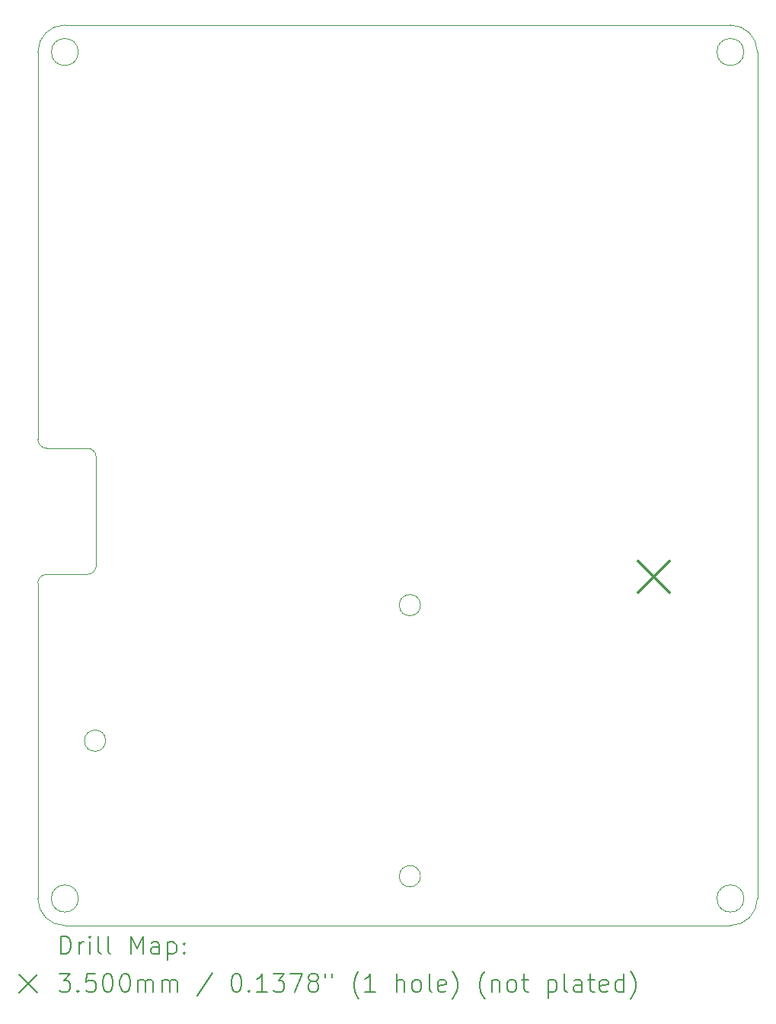
<source format=gbr>
%TF.GenerationSoftware,KiCad,Pcbnew,8.0.3*%
%TF.CreationDate,2024-08-12T22:56:57+09:00*%
%TF.ProjectId,md2,6d64322e-6b69-4636-9164-5f7063625858,rev?*%
%TF.SameCoordinates,Original*%
%TF.FileFunction,Drillmap*%
%TF.FilePolarity,Positive*%
%FSLAX45Y45*%
G04 Gerber Fmt 4.5, Leading zero omitted, Abs format (unit mm)*
G04 Created by KiCad (PCBNEW 8.0.3) date 2024-08-12 22:56:57*
%MOMM*%
%LPD*%
G01*
G04 APERTURE LIST*
%ADD10C,0.100000*%
%ADD11C,0.200000*%
%ADD12C,0.350000*%
G04 APERTURE END LIST*
D10*
X18150000Y-5200000D02*
G75*
G02*
X17850000Y-5200000I-150000J0D01*
G01*
X17850000Y-5200000D02*
G75*
G02*
X18150000Y-5200000I150000J0D01*
G01*
X18150000Y-14600000D02*
G75*
G02*
X17850000Y-14600000I-150000J0D01*
G01*
X17850000Y-14600000D02*
G75*
G02*
X18150000Y-14600000I150000J0D01*
G01*
X18300000Y-14600000D02*
X18300000Y-5200000D01*
X10300000Y-11100000D02*
G75*
G02*
X10400000Y-11000000I100000J0D01*
G01*
X10300000Y-11100000D02*
X10300000Y-14600000D01*
X10850000Y-9600000D02*
G75*
G02*
X10950000Y-9700000I0J-100000D01*
G01*
X10600000Y-14900000D02*
X18000000Y-14900000D01*
X10600000Y-14900000D02*
G75*
G02*
X10300000Y-14600000I0J300000D01*
G01*
X11054034Y-12847270D02*
G75*
G02*
X10818726Y-12847270I-117654J0D01*
G01*
X10818726Y-12847270D02*
G75*
G02*
X11054034Y-12847270I117654J0D01*
G01*
X18300000Y-14600000D02*
G75*
G02*
X18000000Y-14900000I-300000J0D01*
G01*
X10950000Y-10900000D02*
X10950000Y-9700000D01*
X10850000Y-11000000D02*
X10400000Y-11000000D01*
X10950000Y-10900000D02*
G75*
G02*
X10850000Y-11000000I-100000J0D01*
G01*
X10300000Y-5200000D02*
G75*
G02*
X10600000Y-4900000I300000J0D01*
G01*
X10750000Y-5200000D02*
G75*
G02*
X10450000Y-5200000I-150000J0D01*
G01*
X10450000Y-5200000D02*
G75*
G02*
X10750000Y-5200000I150000J0D01*
G01*
X14554154Y-14352220D02*
G75*
G02*
X14318846Y-14352220I-117654J0D01*
G01*
X14318846Y-14352220D02*
G75*
G02*
X14554154Y-14352220I117654J0D01*
G01*
X10850000Y-9600000D02*
X10400000Y-9600000D01*
X18000000Y-4900000D02*
X10600000Y-4900000D01*
X10750000Y-14600000D02*
G75*
G02*
X10450000Y-14600000I-150000J0D01*
G01*
X10450000Y-14600000D02*
G75*
G02*
X10750000Y-14600000I150000J0D01*
G01*
X18000000Y-4900000D02*
G75*
G02*
X18300000Y-5200000I0J-300000D01*
G01*
X14554154Y-11342320D02*
G75*
G02*
X14318846Y-11342320I-117654J0D01*
G01*
X14318846Y-11342320D02*
G75*
G02*
X14554154Y-11342320I117654J0D01*
G01*
X10400000Y-9600000D02*
G75*
G02*
X10300000Y-9500000I0J100000D01*
G01*
X10300000Y-5200000D02*
X10300000Y-9500000D01*
D11*
D12*
X16975000Y-10850000D02*
X17325000Y-11200000D01*
X17325000Y-10850000D02*
X16975000Y-11200000D01*
D11*
X10555777Y-15216484D02*
X10555777Y-15016484D01*
X10555777Y-15016484D02*
X10603396Y-15016484D01*
X10603396Y-15016484D02*
X10631967Y-15026008D01*
X10631967Y-15026008D02*
X10651015Y-15045055D01*
X10651015Y-15045055D02*
X10660539Y-15064103D01*
X10660539Y-15064103D02*
X10670063Y-15102198D01*
X10670063Y-15102198D02*
X10670063Y-15130769D01*
X10670063Y-15130769D02*
X10660539Y-15168865D01*
X10660539Y-15168865D02*
X10651015Y-15187912D01*
X10651015Y-15187912D02*
X10631967Y-15206960D01*
X10631967Y-15206960D02*
X10603396Y-15216484D01*
X10603396Y-15216484D02*
X10555777Y-15216484D01*
X10755777Y-15216484D02*
X10755777Y-15083150D01*
X10755777Y-15121246D02*
X10765301Y-15102198D01*
X10765301Y-15102198D02*
X10774824Y-15092674D01*
X10774824Y-15092674D02*
X10793872Y-15083150D01*
X10793872Y-15083150D02*
X10812920Y-15083150D01*
X10879586Y-15216484D02*
X10879586Y-15083150D01*
X10879586Y-15016484D02*
X10870063Y-15026008D01*
X10870063Y-15026008D02*
X10879586Y-15035531D01*
X10879586Y-15035531D02*
X10889110Y-15026008D01*
X10889110Y-15026008D02*
X10879586Y-15016484D01*
X10879586Y-15016484D02*
X10879586Y-15035531D01*
X11003396Y-15216484D02*
X10984348Y-15206960D01*
X10984348Y-15206960D02*
X10974824Y-15187912D01*
X10974824Y-15187912D02*
X10974824Y-15016484D01*
X11108158Y-15216484D02*
X11089110Y-15206960D01*
X11089110Y-15206960D02*
X11079586Y-15187912D01*
X11079586Y-15187912D02*
X11079586Y-15016484D01*
X11336729Y-15216484D02*
X11336729Y-15016484D01*
X11336729Y-15016484D02*
X11403396Y-15159341D01*
X11403396Y-15159341D02*
X11470062Y-15016484D01*
X11470062Y-15016484D02*
X11470062Y-15216484D01*
X11651015Y-15216484D02*
X11651015Y-15111722D01*
X11651015Y-15111722D02*
X11641491Y-15092674D01*
X11641491Y-15092674D02*
X11622443Y-15083150D01*
X11622443Y-15083150D02*
X11584348Y-15083150D01*
X11584348Y-15083150D02*
X11565301Y-15092674D01*
X11651015Y-15206960D02*
X11631967Y-15216484D01*
X11631967Y-15216484D02*
X11584348Y-15216484D01*
X11584348Y-15216484D02*
X11565301Y-15206960D01*
X11565301Y-15206960D02*
X11555777Y-15187912D01*
X11555777Y-15187912D02*
X11555777Y-15168865D01*
X11555777Y-15168865D02*
X11565301Y-15149817D01*
X11565301Y-15149817D02*
X11584348Y-15140293D01*
X11584348Y-15140293D02*
X11631967Y-15140293D01*
X11631967Y-15140293D02*
X11651015Y-15130769D01*
X11746253Y-15083150D02*
X11746253Y-15283150D01*
X11746253Y-15092674D02*
X11765301Y-15083150D01*
X11765301Y-15083150D02*
X11803396Y-15083150D01*
X11803396Y-15083150D02*
X11822443Y-15092674D01*
X11822443Y-15092674D02*
X11831967Y-15102198D01*
X11831967Y-15102198D02*
X11841491Y-15121246D01*
X11841491Y-15121246D02*
X11841491Y-15178388D01*
X11841491Y-15178388D02*
X11831967Y-15197436D01*
X11831967Y-15197436D02*
X11822443Y-15206960D01*
X11822443Y-15206960D02*
X11803396Y-15216484D01*
X11803396Y-15216484D02*
X11765301Y-15216484D01*
X11765301Y-15216484D02*
X11746253Y-15206960D01*
X11927205Y-15197436D02*
X11936729Y-15206960D01*
X11936729Y-15206960D02*
X11927205Y-15216484D01*
X11927205Y-15216484D02*
X11917682Y-15206960D01*
X11917682Y-15206960D02*
X11927205Y-15197436D01*
X11927205Y-15197436D02*
X11927205Y-15216484D01*
X11927205Y-15092674D02*
X11936729Y-15102198D01*
X11936729Y-15102198D02*
X11927205Y-15111722D01*
X11927205Y-15111722D02*
X11917682Y-15102198D01*
X11917682Y-15102198D02*
X11927205Y-15092674D01*
X11927205Y-15092674D02*
X11927205Y-15111722D01*
X10095000Y-15445000D02*
X10295000Y-15645000D01*
X10295000Y-15445000D02*
X10095000Y-15645000D01*
X10536729Y-15436484D02*
X10660539Y-15436484D01*
X10660539Y-15436484D02*
X10593872Y-15512674D01*
X10593872Y-15512674D02*
X10622444Y-15512674D01*
X10622444Y-15512674D02*
X10641491Y-15522198D01*
X10641491Y-15522198D02*
X10651015Y-15531722D01*
X10651015Y-15531722D02*
X10660539Y-15550769D01*
X10660539Y-15550769D02*
X10660539Y-15598388D01*
X10660539Y-15598388D02*
X10651015Y-15617436D01*
X10651015Y-15617436D02*
X10641491Y-15626960D01*
X10641491Y-15626960D02*
X10622444Y-15636484D01*
X10622444Y-15636484D02*
X10565301Y-15636484D01*
X10565301Y-15636484D02*
X10546253Y-15626960D01*
X10546253Y-15626960D02*
X10536729Y-15617436D01*
X10746253Y-15617436D02*
X10755777Y-15626960D01*
X10755777Y-15626960D02*
X10746253Y-15636484D01*
X10746253Y-15636484D02*
X10736729Y-15626960D01*
X10736729Y-15626960D02*
X10746253Y-15617436D01*
X10746253Y-15617436D02*
X10746253Y-15636484D01*
X10936729Y-15436484D02*
X10841491Y-15436484D01*
X10841491Y-15436484D02*
X10831967Y-15531722D01*
X10831967Y-15531722D02*
X10841491Y-15522198D01*
X10841491Y-15522198D02*
X10860539Y-15512674D01*
X10860539Y-15512674D02*
X10908158Y-15512674D01*
X10908158Y-15512674D02*
X10927205Y-15522198D01*
X10927205Y-15522198D02*
X10936729Y-15531722D01*
X10936729Y-15531722D02*
X10946253Y-15550769D01*
X10946253Y-15550769D02*
X10946253Y-15598388D01*
X10946253Y-15598388D02*
X10936729Y-15617436D01*
X10936729Y-15617436D02*
X10927205Y-15626960D01*
X10927205Y-15626960D02*
X10908158Y-15636484D01*
X10908158Y-15636484D02*
X10860539Y-15636484D01*
X10860539Y-15636484D02*
X10841491Y-15626960D01*
X10841491Y-15626960D02*
X10831967Y-15617436D01*
X11070063Y-15436484D02*
X11089110Y-15436484D01*
X11089110Y-15436484D02*
X11108158Y-15446008D01*
X11108158Y-15446008D02*
X11117682Y-15455531D01*
X11117682Y-15455531D02*
X11127205Y-15474579D01*
X11127205Y-15474579D02*
X11136729Y-15512674D01*
X11136729Y-15512674D02*
X11136729Y-15560293D01*
X11136729Y-15560293D02*
X11127205Y-15598388D01*
X11127205Y-15598388D02*
X11117682Y-15617436D01*
X11117682Y-15617436D02*
X11108158Y-15626960D01*
X11108158Y-15626960D02*
X11089110Y-15636484D01*
X11089110Y-15636484D02*
X11070063Y-15636484D01*
X11070063Y-15636484D02*
X11051015Y-15626960D01*
X11051015Y-15626960D02*
X11041491Y-15617436D01*
X11041491Y-15617436D02*
X11031967Y-15598388D01*
X11031967Y-15598388D02*
X11022444Y-15560293D01*
X11022444Y-15560293D02*
X11022444Y-15512674D01*
X11022444Y-15512674D02*
X11031967Y-15474579D01*
X11031967Y-15474579D02*
X11041491Y-15455531D01*
X11041491Y-15455531D02*
X11051015Y-15446008D01*
X11051015Y-15446008D02*
X11070063Y-15436484D01*
X11260539Y-15436484D02*
X11279586Y-15436484D01*
X11279586Y-15436484D02*
X11298634Y-15446008D01*
X11298634Y-15446008D02*
X11308158Y-15455531D01*
X11308158Y-15455531D02*
X11317682Y-15474579D01*
X11317682Y-15474579D02*
X11327205Y-15512674D01*
X11327205Y-15512674D02*
X11327205Y-15560293D01*
X11327205Y-15560293D02*
X11317682Y-15598388D01*
X11317682Y-15598388D02*
X11308158Y-15617436D01*
X11308158Y-15617436D02*
X11298634Y-15626960D01*
X11298634Y-15626960D02*
X11279586Y-15636484D01*
X11279586Y-15636484D02*
X11260539Y-15636484D01*
X11260539Y-15636484D02*
X11241491Y-15626960D01*
X11241491Y-15626960D02*
X11231967Y-15617436D01*
X11231967Y-15617436D02*
X11222443Y-15598388D01*
X11222443Y-15598388D02*
X11212920Y-15560293D01*
X11212920Y-15560293D02*
X11212920Y-15512674D01*
X11212920Y-15512674D02*
X11222443Y-15474579D01*
X11222443Y-15474579D02*
X11231967Y-15455531D01*
X11231967Y-15455531D02*
X11241491Y-15446008D01*
X11241491Y-15446008D02*
X11260539Y-15436484D01*
X11412920Y-15636484D02*
X11412920Y-15503150D01*
X11412920Y-15522198D02*
X11422443Y-15512674D01*
X11422443Y-15512674D02*
X11441491Y-15503150D01*
X11441491Y-15503150D02*
X11470063Y-15503150D01*
X11470063Y-15503150D02*
X11489110Y-15512674D01*
X11489110Y-15512674D02*
X11498634Y-15531722D01*
X11498634Y-15531722D02*
X11498634Y-15636484D01*
X11498634Y-15531722D02*
X11508158Y-15512674D01*
X11508158Y-15512674D02*
X11527205Y-15503150D01*
X11527205Y-15503150D02*
X11555777Y-15503150D01*
X11555777Y-15503150D02*
X11574824Y-15512674D01*
X11574824Y-15512674D02*
X11584348Y-15531722D01*
X11584348Y-15531722D02*
X11584348Y-15636484D01*
X11679586Y-15636484D02*
X11679586Y-15503150D01*
X11679586Y-15522198D02*
X11689110Y-15512674D01*
X11689110Y-15512674D02*
X11708158Y-15503150D01*
X11708158Y-15503150D02*
X11736729Y-15503150D01*
X11736729Y-15503150D02*
X11755777Y-15512674D01*
X11755777Y-15512674D02*
X11765301Y-15531722D01*
X11765301Y-15531722D02*
X11765301Y-15636484D01*
X11765301Y-15531722D02*
X11774824Y-15512674D01*
X11774824Y-15512674D02*
X11793872Y-15503150D01*
X11793872Y-15503150D02*
X11822443Y-15503150D01*
X11822443Y-15503150D02*
X11841491Y-15512674D01*
X11841491Y-15512674D02*
X11851015Y-15531722D01*
X11851015Y-15531722D02*
X11851015Y-15636484D01*
X12241491Y-15426960D02*
X12070063Y-15684103D01*
X12498634Y-15436484D02*
X12517682Y-15436484D01*
X12517682Y-15436484D02*
X12536729Y-15446008D01*
X12536729Y-15446008D02*
X12546253Y-15455531D01*
X12546253Y-15455531D02*
X12555777Y-15474579D01*
X12555777Y-15474579D02*
X12565301Y-15512674D01*
X12565301Y-15512674D02*
X12565301Y-15560293D01*
X12565301Y-15560293D02*
X12555777Y-15598388D01*
X12555777Y-15598388D02*
X12546253Y-15617436D01*
X12546253Y-15617436D02*
X12536729Y-15626960D01*
X12536729Y-15626960D02*
X12517682Y-15636484D01*
X12517682Y-15636484D02*
X12498634Y-15636484D01*
X12498634Y-15636484D02*
X12479586Y-15626960D01*
X12479586Y-15626960D02*
X12470063Y-15617436D01*
X12470063Y-15617436D02*
X12460539Y-15598388D01*
X12460539Y-15598388D02*
X12451015Y-15560293D01*
X12451015Y-15560293D02*
X12451015Y-15512674D01*
X12451015Y-15512674D02*
X12460539Y-15474579D01*
X12460539Y-15474579D02*
X12470063Y-15455531D01*
X12470063Y-15455531D02*
X12479586Y-15446008D01*
X12479586Y-15446008D02*
X12498634Y-15436484D01*
X12651015Y-15617436D02*
X12660539Y-15626960D01*
X12660539Y-15626960D02*
X12651015Y-15636484D01*
X12651015Y-15636484D02*
X12641491Y-15626960D01*
X12641491Y-15626960D02*
X12651015Y-15617436D01*
X12651015Y-15617436D02*
X12651015Y-15636484D01*
X12851015Y-15636484D02*
X12736729Y-15636484D01*
X12793872Y-15636484D02*
X12793872Y-15436484D01*
X12793872Y-15436484D02*
X12774825Y-15465055D01*
X12774825Y-15465055D02*
X12755777Y-15484103D01*
X12755777Y-15484103D02*
X12736729Y-15493627D01*
X12917682Y-15436484D02*
X13041491Y-15436484D01*
X13041491Y-15436484D02*
X12974825Y-15512674D01*
X12974825Y-15512674D02*
X13003396Y-15512674D01*
X13003396Y-15512674D02*
X13022444Y-15522198D01*
X13022444Y-15522198D02*
X13031967Y-15531722D01*
X13031967Y-15531722D02*
X13041491Y-15550769D01*
X13041491Y-15550769D02*
X13041491Y-15598388D01*
X13041491Y-15598388D02*
X13031967Y-15617436D01*
X13031967Y-15617436D02*
X13022444Y-15626960D01*
X13022444Y-15626960D02*
X13003396Y-15636484D01*
X13003396Y-15636484D02*
X12946253Y-15636484D01*
X12946253Y-15636484D02*
X12927206Y-15626960D01*
X12927206Y-15626960D02*
X12917682Y-15617436D01*
X13108158Y-15436484D02*
X13241491Y-15436484D01*
X13241491Y-15436484D02*
X13155777Y-15636484D01*
X13346253Y-15522198D02*
X13327206Y-15512674D01*
X13327206Y-15512674D02*
X13317682Y-15503150D01*
X13317682Y-15503150D02*
X13308158Y-15484103D01*
X13308158Y-15484103D02*
X13308158Y-15474579D01*
X13308158Y-15474579D02*
X13317682Y-15455531D01*
X13317682Y-15455531D02*
X13327206Y-15446008D01*
X13327206Y-15446008D02*
X13346253Y-15436484D01*
X13346253Y-15436484D02*
X13384348Y-15436484D01*
X13384348Y-15436484D02*
X13403396Y-15446008D01*
X13403396Y-15446008D02*
X13412920Y-15455531D01*
X13412920Y-15455531D02*
X13422444Y-15474579D01*
X13422444Y-15474579D02*
X13422444Y-15484103D01*
X13422444Y-15484103D02*
X13412920Y-15503150D01*
X13412920Y-15503150D02*
X13403396Y-15512674D01*
X13403396Y-15512674D02*
X13384348Y-15522198D01*
X13384348Y-15522198D02*
X13346253Y-15522198D01*
X13346253Y-15522198D02*
X13327206Y-15531722D01*
X13327206Y-15531722D02*
X13317682Y-15541246D01*
X13317682Y-15541246D02*
X13308158Y-15560293D01*
X13308158Y-15560293D02*
X13308158Y-15598388D01*
X13308158Y-15598388D02*
X13317682Y-15617436D01*
X13317682Y-15617436D02*
X13327206Y-15626960D01*
X13327206Y-15626960D02*
X13346253Y-15636484D01*
X13346253Y-15636484D02*
X13384348Y-15636484D01*
X13384348Y-15636484D02*
X13403396Y-15626960D01*
X13403396Y-15626960D02*
X13412920Y-15617436D01*
X13412920Y-15617436D02*
X13422444Y-15598388D01*
X13422444Y-15598388D02*
X13422444Y-15560293D01*
X13422444Y-15560293D02*
X13412920Y-15541246D01*
X13412920Y-15541246D02*
X13403396Y-15531722D01*
X13403396Y-15531722D02*
X13384348Y-15522198D01*
X13498634Y-15436484D02*
X13498634Y-15474579D01*
X13574825Y-15436484D02*
X13574825Y-15474579D01*
X13870063Y-15712674D02*
X13860539Y-15703150D01*
X13860539Y-15703150D02*
X13841491Y-15674579D01*
X13841491Y-15674579D02*
X13831968Y-15655531D01*
X13831968Y-15655531D02*
X13822444Y-15626960D01*
X13822444Y-15626960D02*
X13812920Y-15579341D01*
X13812920Y-15579341D02*
X13812920Y-15541246D01*
X13812920Y-15541246D02*
X13822444Y-15493627D01*
X13822444Y-15493627D02*
X13831968Y-15465055D01*
X13831968Y-15465055D02*
X13841491Y-15446008D01*
X13841491Y-15446008D02*
X13860539Y-15417436D01*
X13860539Y-15417436D02*
X13870063Y-15407912D01*
X14051015Y-15636484D02*
X13936729Y-15636484D01*
X13993872Y-15636484D02*
X13993872Y-15436484D01*
X13993872Y-15436484D02*
X13974825Y-15465055D01*
X13974825Y-15465055D02*
X13955777Y-15484103D01*
X13955777Y-15484103D02*
X13936729Y-15493627D01*
X14289110Y-15636484D02*
X14289110Y-15436484D01*
X14374825Y-15636484D02*
X14374825Y-15531722D01*
X14374825Y-15531722D02*
X14365301Y-15512674D01*
X14365301Y-15512674D02*
X14346253Y-15503150D01*
X14346253Y-15503150D02*
X14317682Y-15503150D01*
X14317682Y-15503150D02*
X14298634Y-15512674D01*
X14298634Y-15512674D02*
X14289110Y-15522198D01*
X14498634Y-15636484D02*
X14479587Y-15626960D01*
X14479587Y-15626960D02*
X14470063Y-15617436D01*
X14470063Y-15617436D02*
X14460539Y-15598388D01*
X14460539Y-15598388D02*
X14460539Y-15541246D01*
X14460539Y-15541246D02*
X14470063Y-15522198D01*
X14470063Y-15522198D02*
X14479587Y-15512674D01*
X14479587Y-15512674D02*
X14498634Y-15503150D01*
X14498634Y-15503150D02*
X14527206Y-15503150D01*
X14527206Y-15503150D02*
X14546253Y-15512674D01*
X14546253Y-15512674D02*
X14555777Y-15522198D01*
X14555777Y-15522198D02*
X14565301Y-15541246D01*
X14565301Y-15541246D02*
X14565301Y-15598388D01*
X14565301Y-15598388D02*
X14555777Y-15617436D01*
X14555777Y-15617436D02*
X14546253Y-15626960D01*
X14546253Y-15626960D02*
X14527206Y-15636484D01*
X14527206Y-15636484D02*
X14498634Y-15636484D01*
X14679587Y-15636484D02*
X14660539Y-15626960D01*
X14660539Y-15626960D02*
X14651015Y-15607912D01*
X14651015Y-15607912D02*
X14651015Y-15436484D01*
X14831968Y-15626960D02*
X14812920Y-15636484D01*
X14812920Y-15636484D02*
X14774825Y-15636484D01*
X14774825Y-15636484D02*
X14755777Y-15626960D01*
X14755777Y-15626960D02*
X14746253Y-15607912D01*
X14746253Y-15607912D02*
X14746253Y-15531722D01*
X14746253Y-15531722D02*
X14755777Y-15512674D01*
X14755777Y-15512674D02*
X14774825Y-15503150D01*
X14774825Y-15503150D02*
X14812920Y-15503150D01*
X14812920Y-15503150D02*
X14831968Y-15512674D01*
X14831968Y-15512674D02*
X14841491Y-15531722D01*
X14841491Y-15531722D02*
X14841491Y-15550769D01*
X14841491Y-15550769D02*
X14746253Y-15569817D01*
X14908158Y-15712674D02*
X14917682Y-15703150D01*
X14917682Y-15703150D02*
X14936730Y-15674579D01*
X14936730Y-15674579D02*
X14946253Y-15655531D01*
X14946253Y-15655531D02*
X14955777Y-15626960D01*
X14955777Y-15626960D02*
X14965301Y-15579341D01*
X14965301Y-15579341D02*
X14965301Y-15541246D01*
X14965301Y-15541246D02*
X14955777Y-15493627D01*
X14955777Y-15493627D02*
X14946253Y-15465055D01*
X14946253Y-15465055D02*
X14936730Y-15446008D01*
X14936730Y-15446008D02*
X14917682Y-15417436D01*
X14917682Y-15417436D02*
X14908158Y-15407912D01*
X15270063Y-15712674D02*
X15260539Y-15703150D01*
X15260539Y-15703150D02*
X15241491Y-15674579D01*
X15241491Y-15674579D02*
X15231968Y-15655531D01*
X15231968Y-15655531D02*
X15222444Y-15626960D01*
X15222444Y-15626960D02*
X15212920Y-15579341D01*
X15212920Y-15579341D02*
X15212920Y-15541246D01*
X15212920Y-15541246D02*
X15222444Y-15493627D01*
X15222444Y-15493627D02*
X15231968Y-15465055D01*
X15231968Y-15465055D02*
X15241491Y-15446008D01*
X15241491Y-15446008D02*
X15260539Y-15417436D01*
X15260539Y-15417436D02*
X15270063Y-15407912D01*
X15346253Y-15503150D02*
X15346253Y-15636484D01*
X15346253Y-15522198D02*
X15355777Y-15512674D01*
X15355777Y-15512674D02*
X15374825Y-15503150D01*
X15374825Y-15503150D02*
X15403396Y-15503150D01*
X15403396Y-15503150D02*
X15422444Y-15512674D01*
X15422444Y-15512674D02*
X15431968Y-15531722D01*
X15431968Y-15531722D02*
X15431968Y-15636484D01*
X15555777Y-15636484D02*
X15536730Y-15626960D01*
X15536730Y-15626960D02*
X15527206Y-15617436D01*
X15527206Y-15617436D02*
X15517682Y-15598388D01*
X15517682Y-15598388D02*
X15517682Y-15541246D01*
X15517682Y-15541246D02*
X15527206Y-15522198D01*
X15527206Y-15522198D02*
X15536730Y-15512674D01*
X15536730Y-15512674D02*
X15555777Y-15503150D01*
X15555777Y-15503150D02*
X15584349Y-15503150D01*
X15584349Y-15503150D02*
X15603396Y-15512674D01*
X15603396Y-15512674D02*
X15612920Y-15522198D01*
X15612920Y-15522198D02*
X15622444Y-15541246D01*
X15622444Y-15541246D02*
X15622444Y-15598388D01*
X15622444Y-15598388D02*
X15612920Y-15617436D01*
X15612920Y-15617436D02*
X15603396Y-15626960D01*
X15603396Y-15626960D02*
X15584349Y-15636484D01*
X15584349Y-15636484D02*
X15555777Y-15636484D01*
X15679587Y-15503150D02*
X15755777Y-15503150D01*
X15708158Y-15436484D02*
X15708158Y-15607912D01*
X15708158Y-15607912D02*
X15717682Y-15626960D01*
X15717682Y-15626960D02*
X15736730Y-15636484D01*
X15736730Y-15636484D02*
X15755777Y-15636484D01*
X15974825Y-15503150D02*
X15974825Y-15703150D01*
X15974825Y-15512674D02*
X15993872Y-15503150D01*
X15993872Y-15503150D02*
X16031968Y-15503150D01*
X16031968Y-15503150D02*
X16051015Y-15512674D01*
X16051015Y-15512674D02*
X16060539Y-15522198D01*
X16060539Y-15522198D02*
X16070063Y-15541246D01*
X16070063Y-15541246D02*
X16070063Y-15598388D01*
X16070063Y-15598388D02*
X16060539Y-15617436D01*
X16060539Y-15617436D02*
X16051015Y-15626960D01*
X16051015Y-15626960D02*
X16031968Y-15636484D01*
X16031968Y-15636484D02*
X15993872Y-15636484D01*
X15993872Y-15636484D02*
X15974825Y-15626960D01*
X16184349Y-15636484D02*
X16165301Y-15626960D01*
X16165301Y-15626960D02*
X16155777Y-15607912D01*
X16155777Y-15607912D02*
X16155777Y-15436484D01*
X16346253Y-15636484D02*
X16346253Y-15531722D01*
X16346253Y-15531722D02*
X16336730Y-15512674D01*
X16336730Y-15512674D02*
X16317682Y-15503150D01*
X16317682Y-15503150D02*
X16279587Y-15503150D01*
X16279587Y-15503150D02*
X16260539Y-15512674D01*
X16346253Y-15626960D02*
X16327206Y-15636484D01*
X16327206Y-15636484D02*
X16279587Y-15636484D01*
X16279587Y-15636484D02*
X16260539Y-15626960D01*
X16260539Y-15626960D02*
X16251015Y-15607912D01*
X16251015Y-15607912D02*
X16251015Y-15588865D01*
X16251015Y-15588865D02*
X16260539Y-15569817D01*
X16260539Y-15569817D02*
X16279587Y-15560293D01*
X16279587Y-15560293D02*
X16327206Y-15560293D01*
X16327206Y-15560293D02*
X16346253Y-15550769D01*
X16412920Y-15503150D02*
X16489111Y-15503150D01*
X16441492Y-15436484D02*
X16441492Y-15607912D01*
X16441492Y-15607912D02*
X16451015Y-15626960D01*
X16451015Y-15626960D02*
X16470063Y-15636484D01*
X16470063Y-15636484D02*
X16489111Y-15636484D01*
X16631968Y-15626960D02*
X16612920Y-15636484D01*
X16612920Y-15636484D02*
X16574825Y-15636484D01*
X16574825Y-15636484D02*
X16555777Y-15626960D01*
X16555777Y-15626960D02*
X16546253Y-15607912D01*
X16546253Y-15607912D02*
X16546253Y-15531722D01*
X16546253Y-15531722D02*
X16555777Y-15512674D01*
X16555777Y-15512674D02*
X16574825Y-15503150D01*
X16574825Y-15503150D02*
X16612920Y-15503150D01*
X16612920Y-15503150D02*
X16631968Y-15512674D01*
X16631968Y-15512674D02*
X16641492Y-15531722D01*
X16641492Y-15531722D02*
X16641492Y-15550769D01*
X16641492Y-15550769D02*
X16546253Y-15569817D01*
X16812920Y-15636484D02*
X16812920Y-15436484D01*
X16812920Y-15626960D02*
X16793873Y-15636484D01*
X16793873Y-15636484D02*
X16755777Y-15636484D01*
X16755777Y-15636484D02*
X16736730Y-15626960D01*
X16736730Y-15626960D02*
X16727206Y-15617436D01*
X16727206Y-15617436D02*
X16717682Y-15598388D01*
X16717682Y-15598388D02*
X16717682Y-15541246D01*
X16717682Y-15541246D02*
X16727206Y-15522198D01*
X16727206Y-15522198D02*
X16736730Y-15512674D01*
X16736730Y-15512674D02*
X16755777Y-15503150D01*
X16755777Y-15503150D02*
X16793873Y-15503150D01*
X16793873Y-15503150D02*
X16812920Y-15512674D01*
X16889111Y-15712674D02*
X16898635Y-15703150D01*
X16898635Y-15703150D02*
X16917682Y-15674579D01*
X16917682Y-15674579D02*
X16927206Y-15655531D01*
X16927206Y-15655531D02*
X16936730Y-15626960D01*
X16936730Y-15626960D02*
X16946254Y-15579341D01*
X16946254Y-15579341D02*
X16946254Y-15541246D01*
X16946254Y-15541246D02*
X16936730Y-15493627D01*
X16936730Y-15493627D02*
X16927206Y-15465055D01*
X16927206Y-15465055D02*
X16917682Y-15446008D01*
X16917682Y-15446008D02*
X16898635Y-15417436D01*
X16898635Y-15417436D02*
X16889111Y-15407912D01*
M02*

</source>
